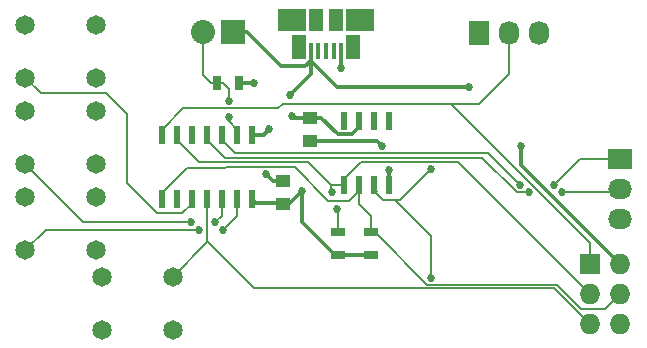
<source format=gbr>
G04 #@! TF.FileFunction,Copper,L2,Bot,Signal*
%FSLAX46Y46*%
G04 Gerber Fmt 4.6, Leading zero omitted, Abs format (unit mm)*
G04 Created by KiCad (PCBNEW (2015-03-10 BZR 5502)-product) date Monday, March 16, 2015 'PMt' 10:28:46 PM*
%MOMM*%
G01*
G04 APERTURE LIST*
%ADD10C,0.100000*%
%ADD11R,0.600000X1.550000*%
%ADD12R,0.600000X1.500000*%
%ADD13C,1.651000*%
%ADD14R,2.375000X1.900000*%
%ADD15R,1.175000X1.900000*%
%ADD16R,1.175000X2.100000*%
%ADD17R,0.450000X1.380000*%
%ADD18R,1.250000X1.000000*%
%ADD19R,1.300000X0.700000*%
%ADD20R,0.700000X1.300000*%
%ADD21R,1.727200X1.727200*%
%ADD22O,1.727200X1.727200*%
%ADD23R,2.032000X2.032000*%
%ADD24O,2.032000X2.032000*%
%ADD25R,2.032000X1.727200*%
%ADD26O,2.032000X1.727200*%
%ADD27R,1.727200X2.032000*%
%ADD28O,1.727200X2.032000*%
%ADD29C,0.685800*%
%ADD30C,0.304800*%
%ADD31C,0.152400*%
G04 APERTURE END LIST*
D10*
D11*
X128778000Y-110045924D03*
X130048000Y-110045924D03*
X131318000Y-110045924D03*
X132588000Y-110045924D03*
X132588000Y-115445924D03*
X131318000Y-115445924D03*
X130048000Y-115445924D03*
X128778000Y-115445924D03*
D12*
X120970540Y-116609558D03*
X119700540Y-116609558D03*
X118430540Y-116609558D03*
X117160540Y-116609558D03*
X115890540Y-116609558D03*
X114620540Y-116609558D03*
X113350540Y-116609558D03*
X113350540Y-111209558D03*
X114620540Y-111209558D03*
X115890540Y-111209558D03*
X117160540Y-111209558D03*
X118430540Y-111209558D03*
X119700540Y-111209558D03*
X120970540Y-111209558D03*
D13*
X101775000Y-120995000D03*
X107775000Y-120995000D03*
X101775000Y-116495000D03*
X107775000Y-116495000D03*
X101775000Y-113680000D03*
X107775000Y-113680000D03*
X101775000Y-109180000D03*
X107775000Y-109180000D03*
X101775000Y-106390000D03*
X107775000Y-106390000D03*
X101775000Y-101890000D03*
X107775000Y-101890000D03*
X114252000Y-123226000D03*
X108252000Y-123226000D03*
X114252000Y-127726000D03*
X108252000Y-127726000D03*
D14*
X124337500Y-101450000D03*
X130162500Y-101450000D03*
D15*
X126412500Y-101450000D03*
X128087500Y-101450000D03*
D16*
X124937500Y-103750000D03*
X129562500Y-103750000D03*
D17*
X128550000Y-104110000D03*
X126600000Y-104110000D03*
X127900000Y-104110000D03*
X127250000Y-104110000D03*
X125950000Y-104110000D03*
D18*
X123571000Y-117078000D03*
X123571000Y-115078000D03*
X125857000Y-109744000D03*
X125857000Y-111744000D03*
D19*
X131064000Y-121346000D03*
X131064000Y-119446000D03*
X128270000Y-121346000D03*
X128270000Y-119446000D03*
D20*
X117988000Y-106807000D03*
X119888000Y-106807000D03*
D21*
X149606000Y-122174000D03*
D22*
X152146000Y-122174000D03*
X149606000Y-124714000D03*
X152146000Y-124714000D03*
X149606000Y-127254000D03*
X152146000Y-127254000D03*
D23*
X119380000Y-102540000D03*
D24*
X116840000Y-102540000D03*
D25*
X152146000Y-113284000D03*
D26*
X152146000Y-115824000D03*
X152146000Y-118364000D03*
D27*
X140208000Y-102616000D03*
D28*
X142748000Y-102616000D03*
X145288000Y-102616000D03*
D29*
X125222000Y-115951000D03*
X139319000Y-107188000D03*
X143763998Y-112141000D03*
X124206000Y-107823000D03*
X124333000Y-109601000D03*
X122428000Y-110744000D03*
X121158000Y-106807000D03*
X131953000Y-112141000D03*
X122174000Y-114490510D03*
X128524000Y-105537000D03*
X132588000Y-114173000D03*
X144399000Y-116078000D03*
X147193000Y-116078000D03*
X143637000Y-115442990D03*
X146558000Y-115443000D03*
X128143000Y-117475000D03*
X127762000Y-116078000D03*
X118491000Y-119253000D03*
X116458982Y-119253000D03*
X117855992Y-118618000D03*
X115824000Y-118618000D03*
X118999000Y-108331000D03*
X118999000Y-109664510D03*
X136144000Y-123317000D03*
X136144000Y-114109510D03*
D30*
X128185600Y-107188000D02*
X139319000Y-107188000D01*
X129322566Y-111125000D02*
X129323290Y-111125724D01*
X129323290Y-111125724D02*
X129443200Y-111125724D01*
X129443200Y-111125724D02*
X130048000Y-110520924D01*
X130048000Y-110520924D02*
X130048000Y-110045924D01*
X125222000Y-118598000D02*
X125222000Y-115951000D01*
X120970540Y-116609558D02*
X121327982Y-116967000D01*
X121327982Y-116967000D02*
X123460000Y-116967000D01*
X123460000Y-116967000D02*
X123571000Y-117078000D01*
X123571000Y-117078000D02*
X124095000Y-117078000D01*
X124095000Y-117078000D02*
X125222000Y-115951000D01*
X127970000Y-121346000D02*
X125222000Y-118598000D01*
X128270000Y-121346000D02*
X127970000Y-121346000D01*
X123571000Y-117094000D02*
X123317000Y-116840000D01*
X123571000Y-117078000D02*
X123571000Y-117094000D01*
X125857000Y-109744000D02*
X124476000Y-109744000D01*
X124476000Y-109744000D02*
X124333000Y-109601000D01*
X126852434Y-109744000D02*
X125857000Y-109744000D01*
X125950000Y-104952400D02*
X128185600Y-107188000D01*
X143763998Y-113791998D02*
X143763998Y-112141000D01*
X152146000Y-122174000D02*
X143763998Y-113791998D01*
X125950000Y-106079000D02*
X124206000Y-107823000D01*
X125950000Y-104110000D02*
X125950000Y-106079000D01*
X126852434Y-109744000D02*
X128234159Y-111125725D01*
X128234159Y-111125725D02*
X129321841Y-111125725D01*
X129321841Y-111125725D02*
X129322566Y-111125000D01*
X129322566Y-111125000D02*
X129443924Y-111125000D01*
X119380000Y-102540000D02*
X120548400Y-102540000D01*
X120548400Y-102540000D02*
X123418400Y-105410000D01*
X123418400Y-105410000D02*
X125492400Y-105410000D01*
X125950000Y-104952400D02*
X125492400Y-105410000D01*
X125950000Y-104110000D02*
X125950000Y-104952400D01*
X128270000Y-121346000D02*
X131064000Y-121346000D01*
X120970540Y-111209558D02*
X121962442Y-111209558D01*
X121962442Y-111209558D02*
X122428000Y-110744000D01*
X119888000Y-106807000D02*
X121158000Y-106807000D01*
X131610101Y-111798101D02*
X131953000Y-112141000D01*
X131556000Y-111744000D02*
X131610101Y-111798101D01*
X125857000Y-111744000D02*
X131556000Y-111744000D01*
X123571000Y-115078000D02*
X122761490Y-115078000D01*
X122761490Y-115078000D02*
X122174000Y-114490510D01*
X128550000Y-104110000D02*
X128550000Y-105511000D01*
X128550000Y-105511000D02*
X128524000Y-105537000D01*
X132588000Y-115445924D02*
X132588000Y-114173000D01*
D31*
X117160540Y-111209558D02*
X117160540Y-111659558D01*
X117160540Y-111659558D02*
X118657982Y-113157000D01*
X118657982Y-113157000D02*
X140462000Y-113157000D01*
X140462000Y-113157000D02*
X143383000Y-116078000D01*
X143383000Y-116078000D02*
X144399000Y-116078000D01*
X147193000Y-116078000D02*
X151892000Y-116078000D01*
X151892000Y-116078000D02*
X152146000Y-115824000D01*
X140970010Y-112776000D02*
X143637000Y-115442990D01*
X119546982Y-112776000D02*
X140970010Y-112776000D01*
X118430540Y-111209558D02*
X118430540Y-111659558D01*
X118430540Y-111659558D02*
X119546982Y-112776000D01*
X148717000Y-113284000D02*
X146558000Y-115443000D01*
X152146000Y-113284000D02*
X148717000Y-113284000D01*
X113350540Y-111209558D02*
X113350540Y-110759558D01*
X115144098Y-108966000D02*
X123189629Y-108966000D01*
X113350540Y-110759558D02*
X115144098Y-108966000D01*
X123189629Y-108966000D02*
X123570516Y-108585113D01*
X123570516Y-108585113D02*
X137033113Y-108585113D01*
X137033113Y-108585113D02*
X140207887Y-108585113D01*
X140207887Y-108585113D02*
X142748000Y-106045000D01*
X142748000Y-106045000D02*
X142748000Y-102616000D01*
X149606000Y-122174000D02*
X149606000Y-120396000D01*
X149606000Y-120396000D02*
X137795000Y-108585000D01*
X137795000Y-108585000D02*
X137033226Y-108585000D01*
X137033226Y-108585000D02*
X137033113Y-108585113D01*
X128270000Y-119446000D02*
X128270000Y-117602000D01*
X128270000Y-117602000D02*
X128143000Y-117475000D01*
X149606000Y-124714000D02*
X138430000Y-113538000D01*
X138430000Y-113538000D02*
X130210924Y-113538000D01*
X130210924Y-113538000D02*
X128778000Y-114970924D01*
X128778000Y-114970924D02*
X128778000Y-115445924D01*
X114620540Y-111209558D02*
X114620540Y-111659558D01*
X114620540Y-111659558D02*
X116498982Y-113538000D01*
X116498982Y-113538000D02*
X125724313Y-113538000D01*
X125724313Y-113538000D02*
X127632237Y-115445924D01*
X127632237Y-115948237D02*
X127762000Y-116078000D01*
X127632237Y-115445924D02*
X127632237Y-115948237D01*
X127632237Y-115445924D02*
X128778000Y-115445924D01*
X131064000Y-119446000D02*
X131364000Y-119446000D01*
X131364000Y-119446000D02*
X135819190Y-123901190D01*
X135819190Y-123901190D02*
X146761190Y-123901190D01*
X146761190Y-123901190D02*
X148844000Y-125984000D01*
X148844000Y-125984000D02*
X150876000Y-125984000D01*
X150876000Y-125984000D02*
X152146000Y-124714000D01*
X130048000Y-115445924D02*
X130048000Y-117094000D01*
X130048000Y-117094000D02*
X131064000Y-118110000D01*
X131064000Y-118110000D02*
X131064000Y-119446000D01*
X113350540Y-116159558D02*
X113350540Y-116609558D01*
X115464098Y-114046000D02*
X113350540Y-116159558D01*
X118811850Y-113919000D02*
X118684850Y-114046000D01*
X118684850Y-114046000D02*
X115464098Y-114046000D01*
X124587000Y-113919000D02*
X118811850Y-113919000D01*
X127444499Y-116776499D02*
X124587000Y-113919000D01*
X129192425Y-116776499D02*
X127444499Y-116776499D01*
X130048000Y-115920924D02*
X129192425Y-116776499D01*
X130048000Y-115445924D02*
X130048000Y-115920924D01*
X117157501Y-118343681D02*
X117157501Y-120205501D01*
X117157501Y-120205501D02*
X121158000Y-124206000D01*
X121158000Y-124206000D02*
X146558000Y-124206000D01*
X146558000Y-124206000D02*
X149606000Y-127254000D01*
X114252000Y-123226000D02*
X117157501Y-120320499D01*
X117157501Y-120320499D02*
X117157501Y-118343681D01*
X117157501Y-118343681D02*
X117157499Y-118343679D01*
X117160540Y-116609558D02*
X117160540Y-118340638D01*
X117157499Y-118343679D02*
X117160540Y-118340638D01*
X103517000Y-119253000D02*
X116458982Y-119253000D01*
X119700540Y-116609558D02*
X119700540Y-118043460D01*
X119700540Y-118043460D02*
X118491000Y-119253000D01*
X101775000Y-120995000D02*
X103517000Y-119253000D01*
X115824000Y-118618000D02*
X106713000Y-118618000D01*
X118430540Y-118043452D02*
X117855992Y-118618000D01*
X118430540Y-116609558D02*
X118430540Y-118043452D01*
X101775000Y-113680000D02*
X106713000Y-118618000D01*
X118430540Y-116609558D02*
X118430540Y-116159558D01*
X115890540Y-116609558D02*
X115890540Y-117059558D01*
X115890540Y-117059558D02*
X115094098Y-117856000D01*
X115094098Y-117856000D02*
X112953066Y-117856000D01*
X103081000Y-107696000D02*
X101775000Y-106390000D01*
X112953066Y-117856000D02*
X110363000Y-115265934D01*
X110363000Y-115265934D02*
X110363000Y-109474000D01*
X110363000Y-109474000D02*
X108585000Y-107696000D01*
X108585000Y-107696000D02*
X103081000Y-107696000D01*
X117988000Y-106807000D02*
X117485600Y-106807000D01*
X116840000Y-106161400D02*
X116840000Y-103976840D01*
X117485600Y-106807000D02*
X116840000Y-106161400D01*
X116840000Y-103976840D02*
X116840000Y-102540000D01*
X118999000Y-108331000D02*
X118999000Y-107315600D01*
X118999000Y-107315600D02*
X118490400Y-106807000D01*
X118490400Y-106807000D02*
X117988000Y-106807000D01*
X119700540Y-111209558D02*
X119700540Y-110759558D01*
X119700540Y-110759558D02*
X118999000Y-110058018D01*
X118999000Y-110058018D02*
X118999000Y-109664510D01*
X136144000Y-119761000D02*
X133096000Y-116713000D01*
X133096000Y-116713000D02*
X132601965Y-116713000D01*
X133540510Y-116713000D02*
X132601965Y-116713000D01*
X132601965Y-116713000D02*
X132110076Y-116713000D01*
X136144000Y-123317000D02*
X136144000Y-119761000D01*
X136144000Y-114109510D02*
X133540510Y-116713000D01*
X132110076Y-116713000D02*
X131318000Y-115920924D01*
X131318000Y-115920924D02*
X131318000Y-115445924D01*
X131318000Y-115920924D02*
X131541920Y-115920924D01*
X131318000Y-115951000D02*
X131318000Y-115445924D01*
M02*

</source>
